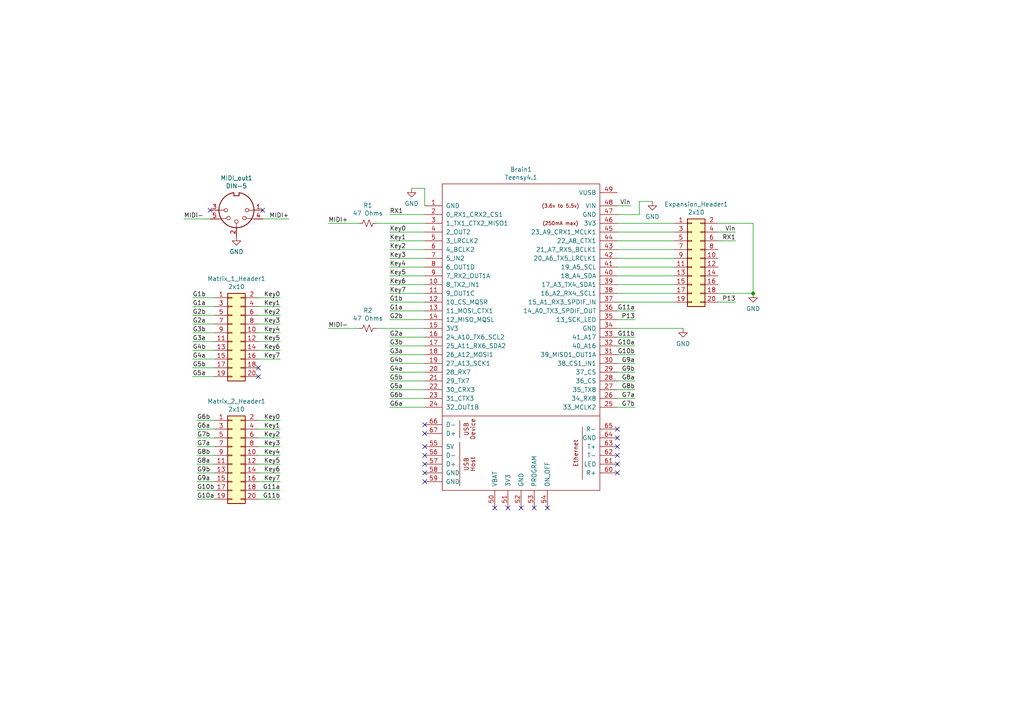
<source format=kicad_sch>
(kicad_sch (version 20211123) (generator eeschema)
  (paper "A4")
  (lib_symbols
    (symbol "Connector:DIN-5_180degree" (pin_names (offset 1.016))
      (property "Reference" "J" (at 3.175 5.715 0))
      (property "Value" "DIN-5_180degree" (at 0 -6.35 0))
      (symbol "DIN-5_180degree_0_1"
        (arc (start -5.08 0) (mid -3.8609 -3.3364) (end -0.762 -5.08) (stroke (width 0.254)))
        (circle (center -3.048 0) (radius 0.508))
        (circle (center -2.286 2.286) (radius 0.508))
        (polyline (pts (xy -5.08 0) (xy -3.556 0)))
        (polyline (pts (xy 0 5.08) (xy 0 3.81)))
        (polyline (pts (xy 5.08 0) (xy 3.556 0)))
        (polyline (pts (xy -5.08 2.54) (xy -4.318 2.54) (xy -2.794 2.286)))
        (polyline (pts (xy 5.08 2.54) (xy 4.318 2.54) (xy 2.794 2.286)))
        (polyline (pts (xy -0.762 -4.953) (xy -0.762 -4.191) (xy 0.762 -4.191) (xy 0.762 -4.953)) (stroke (width 0.254)))
        (circle (center 0 3.302) (radius 0.508))
        (arc (start 0.762 -5.08) (mid 3.8685 -3.343) (end 5.08 0) (stroke (width 0.254)))
        (circle (center 2.286 2.286) (radius 0.508))
        (circle (center 3.048 0) (radius 0.508))
        (arc (start 5.08 0) (mid 0 5.08) (end -5.08 0) (stroke (width 0.254)))
      )
      (symbol "DIN-5_180degree_1_1"
        (pin passive line (at -7.62 0 0) (length 2.54) (name "~") (number "1"))
        (pin passive line (at 0 7.62 270) (length 2.54) (name "~") (number "2"))
        (pin passive line (at 7.62 0 180) (length 2.54) (name "~") (number "3"))
        (pin passive line (at -7.62 2.54 0) (length 2.54) (name "~") (number "4"))
        (pin passive line (at 7.62 2.54 180) (length 2.54) (name "~") (number "5"))
      )
    )
    (symbol "Connector_Generic:Conn_02x10_Odd_Even" (pin_names (offset 1.016) hide)
      (property "Reference" "J" (at 1.27 12.7 0))
      (property "Value" "Conn_02x10_Odd_Even" (at 1.27 -15.24 0))
      (symbol "Conn_02x10_Odd_Even_1_1"
        (rectangle (start -1.27 -12.573) (end 0 -12.827) (stroke (width 0.1524)))
        (rectangle (start -1.27 -10.033) (end 0 -10.287) (stroke (width 0.1524)))
        (rectangle (start -1.27 -7.493) (end 0 -7.747) (stroke (width 0.1524)))
        (rectangle (start -1.27 -4.953) (end 0 -5.207) (stroke (width 0.1524)))
        (rectangle (start -1.27 -2.413) (end 0 -2.667) (stroke (width 0.1524)))
        (rectangle (start -1.27 0.127) (end 0 -0.127) (stroke (width 0.1524)))
        (rectangle (start -1.27 2.667) (end 0 2.413) (stroke (width 0.1524)))
        (rectangle (start -1.27 5.207) (end 0 4.953) (stroke (width 0.1524)))
        (rectangle (start -1.27 7.747) (end 0 7.493) (stroke (width 0.1524)))
        (rectangle (start -1.27 10.287) (end 0 10.033) (stroke (width 0.1524)))
        (rectangle (start -1.27 11.43) (end 3.81 -13.97) (stroke (width 0.254)) (fill (type background)))
        (rectangle (start 3.81 -12.573) (end 2.54 -12.827) (stroke (width 0.1524)))
        (rectangle (start 3.81 -10.033) (end 2.54 -10.287) (stroke (width 0.1524)))
        (rectangle (start 3.81 -7.493) (end 2.54 -7.747) (stroke (width 0.1524)))
        (rectangle (start 3.81 -4.953) (end 2.54 -5.207) (stroke (width 0.1524)))
        (rectangle (start 3.81 -2.413) (end 2.54 -2.667) (stroke (width 0.1524)))
        (rectangle (start 3.81 0.127) (end 2.54 -0.127) (stroke (width 0.1524)))
        (rectangle (start 3.81 2.667) (end 2.54 2.413) (stroke (width 0.1524)))
        (rectangle (start 3.81 5.207) (end 2.54 4.953) (stroke (width 0.1524)))
        (rectangle (start 3.81 7.747) (end 2.54 7.493) (stroke (width 0.1524)))
        (rectangle (start 3.81 10.287) (end 2.54 10.033) (stroke (width 0.1524)))
        (pin passive line (at -5.08 10.16 0) (length 3.81) (name "Pin_1") (number "1"))
        (pin passive line (at 7.62 0 180) (length 3.81) (name "Pin_10") (number "10"))
        (pin passive line (at -5.08 -2.54 0) (length 3.81) (name "Pin_11") (number "11"))
        (pin passive line (at 7.62 -2.54 180) (length 3.81) (name "Pin_12") (number "12"))
        (pin passive line (at -5.08 -5.08 0) (length 3.81) (name "Pin_13") (number "13"))
        (pin passive line (at 7.62 -5.08 180) (length 3.81) (name "Pin_14") (number "14"))
        (pin passive line (at -5.08 -7.62 0) (length 3.81) (name "Pin_15") (number "15"))
        (pin passive line (at 7.62 -7.62 180) (length 3.81) (name "Pin_16") (number "16"))
        (pin passive line (at -5.08 -10.16 0) (length 3.81) (name "Pin_17") (number "17"))
        (pin passive line (at 7.62 -10.16 180) (length 3.81) (name "Pin_18") (number "18"))
        (pin passive line (at -5.08 -12.7 0) (length 3.81) (name "Pin_19") (number "19"))
        (pin passive line (at 7.62 10.16 180) (length 3.81) (name "Pin_2") (number "2"))
        (pin passive line (at 7.62 -12.7 180) (length 3.81) (name "Pin_20") (number "20"))
        (pin passive line (at -5.08 7.62 0) (length 3.81) (name "Pin_3") (number "3"))
        (pin passive line (at 7.62 7.62 180) (length 3.81) (name "Pin_4") (number "4"))
        (pin passive line (at -5.08 5.08 0) (length 3.81) (name "Pin_5") (number "5"))
        (pin passive line (at 7.62 5.08 180) (length 3.81) (name "Pin_6") (number "6"))
        (pin passive line (at -5.08 2.54 0) (length 3.81) (name "Pin_7") (number "7"))
        (pin passive line (at 7.62 2.54 180) (length 3.81) (name "Pin_8") (number "8"))
        (pin passive line (at -5.08 0 0) (length 3.81) (name "Pin_9") (number "9"))
      )
    )
    (symbol "Device:R_Small_US" (pin_numbers hide) (pin_names (offset 0.254) hide)
      (property "Reference" "R" (at 0.762 0.508 0))
      (property "Value" "R_Small_US" (at 0.762 -1.016 0))
      (symbol "R_Small_US_1_1"
        (polyline (pts (xy 0 0) (xy 1.016 -0.381) (xy 0 -0.762) (xy -1.016 -1.143) (xy 0 -1.524)))
        (polyline (pts (xy 0 1.524) (xy 1.016 1.143) (xy 0 0.762) (xy -1.016 0.381) (xy 0 0)))
        (pin passive line (at 0 2.54 270) (length 1.016) (name "~") (number "1"))
        (pin passive line (at 0 -2.54 90) (length 1.016) (name "~") (number "2"))
      )
    )
    (symbol "Keyboard-Brain-rescue:Teensy4.1-teensy" (pin_names (offset 1.016))
      (property "Reference" "U" (at 0 64.77 0))
      (property "Value" "Teensy4.1-teensy" (at 0 62.23 0))
      (symbol "Teensy4.1-teensy_0_0"
        (polyline (pts (xy -22.86 -6.35) (xy 22.86 -6.35)))
        (polyline (pts (xy -17.78 -26.67) (xy -17.78 -13.97)))
        (polyline (pts (xy -17.78 -7.62) (xy -17.78 -12.7)))
        (polyline (pts (xy 17.78 -9.525) (xy 17.78 -24.765)))
        (text "(250mA max)" (at 11.43 49.53 0) (effects (font (size 1.016 1.016))))
        (text "(3.6v to 5.5v)" (at 11.43 54.61 0) (effects (font (size 1.016 1.016))))
        (text "Device" (at -13.97 -10.16 900) (effects (font (size 1.27 1.27))))
        (text "Ethernet" (at 15.875 -17.145 900) (effects (font (size 1.27 1.27))))
        (text "Host" (at -13.97 -20.32 900) (effects (font (size 1.27 1.27))))
        (text "USB" (at -15.875 -20.32 900) (effects (font (size 1.27 1.27))))
        (text "USB" (at -15.875 -10.16 900) (effects (font (size 1.27 1.27))))
        (pin bidirectional line (at -27.94 31.75 0) (length 5.08) (name "8_TX2_IN1") (number "10"))
        (pin bidirectional line (at -27.94 29.21 0) (length 5.08) (name "9_OUT1C") (number "11"))
        (pin bidirectional line (at -27.94 26.67 0) (length 5.08) (name "10_CS_MQSR") (number "12"))
        (pin bidirectional line (at -27.94 24.13 0) (length 5.08) (name "11_MOSI_CTX1") (number "13"))
        (pin bidirectional line (at -27.94 21.59 0) (length 5.08) (name "12_MISO_MQSL") (number "14"))
        (pin power_in line (at -27.94 19.05 0) (length 5.08) (name "3V3") (number "15"))
        (pin bidirectional line (at -27.94 16.51 0) (length 5.08) (name "24_A10_TX6_SCL2") (number "16"))
        (pin bidirectional line (at -27.94 13.97 0) (length 5.08) (name "25_A11_RX6_SDA2") (number "17"))
        (pin bidirectional line (at -27.94 11.43 0) (length 5.08) (name "26_A12_MOSI1") (number "18"))
        (pin bidirectional line (at -27.94 8.89 0) (length 5.08) (name "27_A13_SCK1") (number "19"))
        (pin bidirectional line (at -27.94 6.35 0) (length 5.08) (name "28_RX7") (number "20"))
        (pin bidirectional line (at -27.94 3.81 0) (length 5.08) (name "29_TX7") (number "21"))
        (pin bidirectional line (at -27.94 1.27 0) (length 5.08) (name "30_CRX3") (number "22"))
        (pin bidirectional line (at -27.94 -1.27 0) (length 5.08) (name "31_CTX3") (number "23"))
        (pin bidirectional line (at -27.94 -3.81 0) (length 5.08) (name "32_OUT1B") (number "24"))
        (pin bidirectional line (at 27.94 -3.81 180) (length 5.08) (name "33_MCLK2") (number "25"))
        (pin bidirectional line (at 27.94 -1.27 180) (length 5.08) (name "34_RX8") (number "26"))
        (pin bidirectional line (at 27.94 1.27 180) (length 5.08) (name "35_TX8") (number "27"))
        (pin bidirectional line (at 27.94 3.81 180) (length 5.08) (name "36_CS") (number "28"))
        (pin bidirectional line (at 27.94 6.35 180) (length 5.08) (name "37_CS") (number "29"))
        (pin bidirectional line (at 27.94 8.89 180) (length 5.08) (name "38_CS1_IN1") (number "30"))
        (pin bidirectional line (at 27.94 11.43 180) (length 5.08) (name "39_MISO1_OUT1A") (number "31"))
        (pin bidirectional line (at 27.94 13.97 180) (length 5.08) (name "40_A16") (number "32"))
        (pin bidirectional line (at 27.94 16.51 180) (length 5.08) (name "41_A17") (number "33"))
        (pin bidirectional line (at 27.94 21.59 180) (length 5.08) (name "13_SCK_LED") (number "35"))
        (pin bidirectional line (at 27.94 24.13 180) (length 5.08) (name "14_A0_TX3_SPDIF_OUT") (number "36"))
        (pin bidirectional line (at 27.94 26.67 180) (length 5.08) (name "15_A1_RX3_SPDIF_IN") (number "37"))
        (pin bidirectional line (at 27.94 29.21 180) (length 5.08) (name "16_A2_RX4_SCL1") (number "38"))
        (pin bidirectional line (at 27.94 31.75 180) (length 5.08) (name "17_A3_TX4_SDA1") (number "39"))
        (pin bidirectional line (at 27.94 34.29 180) (length 5.08) (name "18_A4_SDA") (number "40"))
        (pin bidirectional line (at 27.94 36.83 180) (length 5.08) (name "19_A5_SCL") (number "41"))
        (pin bidirectional line (at 27.94 39.37 180) (length 5.08) (name "20_A6_TX5_LRCLK1") (number "42"))
        (pin bidirectional line (at 27.94 41.91 180) (length 5.08) (name "21_A7_RX5_BCLK1") (number "43"))
        (pin bidirectional line (at 27.94 44.45 180) (length 5.08) (name "22_A8_CTX1") (number "44"))
        (pin bidirectional line (at 27.94 46.99 180) (length 5.08) (name "23_A9_CRX1_MCLK1") (number "45"))
        (pin output line (at 27.94 49.53 180) (length 5.08) (name "3V3") (number "46"))
        (pin output line (at 27.94 52.07 180) (length 5.08) (name "GND") (number "47"))
        (pin power_in line (at 27.94 54.61 180) (length 5.08) (name "VIN") (number "48"))
        (pin power_out line (at 27.94 58.42 180) (length 5.08) (name "VUSB") (number "49"))
        (pin bidirectional line (at -27.94 44.45 0) (length 5.08) (name "3_LRCLK2") (number "5"))
        (pin power_in line (at -7.62 -33.02 90) (length 5.08) (name "VBAT") (number "50"))
        (pin power_in line (at -3.81 -33.02 90) (length 5.08) (name "3V3") (number "51"))
        (pin input line (at 0 -33.02 90) (length 5.08) (name "GND") (number "52"))
        (pin input line (at 3.81 -33.02 90) (length 5.08) (name "PROGRAM") (number "53"))
        (pin input line (at 7.62 -33.02 90) (length 5.08) (name "ON_OFF") (number "54"))
        (pin power_out line (at -27.94 -15.24 0) (length 5.08) (name "5V") (number "55"))
        (pin bidirectional line (at -27.94 -17.78 0) (length 5.08) (name "D-") (number "56"))
        (pin bidirectional line (at -27.94 -20.32 0) (length 5.08) (name "D+") (number "57"))
        (pin power_in line (at -27.94 -22.86 0) (length 5.08) (name "GND") (number "58"))
        (pin power_in line (at -27.94 -25.4 0) (length 5.08) (name "GND") (number "59"))
        (pin bidirectional line (at -27.94 41.91 0) (length 5.08) (name "4_BCLK2") (number "6"))
        (pin bidirectional line (at 27.94 -22.86 180) (length 5.08) (name "R+") (number "60"))
        (pin bidirectional line (at 27.94 -20.32 180) (length 5.08) (name "LED") (number "61"))
        (pin bidirectional line (at 27.94 -17.78 180) (length 5.08) (name "T-") (number "62"))
        (pin bidirectional line (at 27.94 -15.24 180) (length 5.08) (name "T+") (number "63"))
        (pin power_in line (at 27.94 -12.7 180) (length 5.08) (name "GND") (number "64"))
        (pin bidirectional line (at 27.94 -10.16 180) (length 5.08) (name "R-") (number "65"))
        (pin bidirectional line (at -27.94 -8.89 0) (length 5.08) (name "D-") (number "66"))
        (pin bidirectional line (at -27.94 -11.43 0) (length 5.08) (name "D+") (number "67"))
        (pin bidirectional line (at -27.94 39.37 0) (length 5.08) (name "5_IN2") (number "7"))
        (pin bidirectional line (at -27.94 36.83 0) (length 5.08) (name "6_OUT1D") (number "8"))
        (pin bidirectional line (at -27.94 34.29 0) (length 5.08) (name "7_RX2_OUT1A") (number "9"))
      )
      (symbol "Teensy4.1-teensy_0_1"
        (rectangle (start -22.86 60.96) (end 22.86 -27.94))
        (rectangle (start -20.32 -1.27) (end -20.32 -1.27))
      )
      (symbol "Teensy4.1-teensy_1_1"
        (pin power_in line (at -27.94 54.61 0) (length 5.08) (name "GND") (number "1"))
        (pin bidirectional line (at -27.94 52.07 0) (length 5.08) (name "0_RX1_CRX2_CS1") (number "2"))
        (pin bidirectional line (at -27.94 49.53 0) (length 5.08) (name "1_TX1_CTX2_MISO1") (number "3"))
        (pin power_in line (at 27.94 19.05 180) (length 5.08) (name "GND") (number "34"))
        (pin bidirectional line (at -27.94 46.99 0) (length 5.08) (name "2_OUT2") (number "4"))
      )
    )
    (symbol "power:GND" (power) (pin_names (offset 0))
      (property "Value" "GND" (at 0 -3.81 0))
      (symbol "GND_0_1"
        (polyline (pts (xy 0 0) (xy 0 -1.27) (xy 1.27 -1.27) (xy 0 -2.54) (xy -1.27 -1.27) (xy 0 -1.27)))
      )
      (symbol "GND_1_1"
        (pin power_in line (at 0 0 270) (length 0) hide (name "GND") (number "1"))
      )
    )
  )
  (junction (at 218.44 85.09))
  (no_connect (at 74.93 109.22))
  (no_connect (at 123.19 132.08))
  (no_connect (at 179.07 137.16))
  (no_connect (at 123.19 129.54))
  (no_connect (at 151.13 147.32))
  (no_connect (at 179.07 134.62))
  (no_connect (at 74.93 106.68))
  (no_connect (at 123.19 123.19))
  (no_connect (at 143.51 147.32))
  (no_connect (at 123.19 134.62))
  (no_connect (at 179.07 127))
  (no_connect (at 76.2 60.96))
  (no_connect (at 147.32 147.32))
  (no_connect (at 60.96 60.96))
  (no_connect (at 179.07 124.46))
  (no_connect (at 158.75 147.32))
  (no_connect (at 179.07 129.54))
  (no_connect (at 179.07 132.08))
  (no_connect (at 123.19 137.16))
  (no_connect (at 123.19 125.73))
  (no_connect (at 123.19 139.7))
  (no_connect (at 154.94 147.32))
  (wire (pts (xy 57.15 139.7) (xy 62.23 139.7)))
  (wire (pts (xy 109.22 64.77) (xy 123.19 64.77)))
  (wire (pts (xy 113.03 113.03) (xy 123.19 113.03)))
  (wire (pts (xy 184.15 107.95) (xy 179.07 107.95)))
  (wire (pts (xy 113.03 118.11) (xy 123.19 118.11)))
  (wire (pts (xy 57.15 127) (xy 62.23 127)))
  (wire (pts (xy 109.22 95.25) (xy 123.19 95.25)))
  (wire (pts (xy 185.42 58.42) (xy 189.23 58.42)))
  (wire (pts (xy 179.07 82.55) (xy 195.58 82.55)))
  (wire (pts (xy 208.28 85.09) (xy 218.44 85.09)))
  (wire (pts (xy 119.38 54.61) (xy 123.19 54.61)))
  (wire (pts (xy 195.58 77.47) (xy 179.07 77.47)))
  (wire (pts (xy 55.88 93.98) (xy 62.23 93.98)))
  (wire (pts (xy 55.88 86.36) (xy 62.23 86.36)))
  (wire (pts (xy 53.34 63.5) (xy 60.96 63.5)))
  (wire (pts (xy 218.44 64.77) (xy 218.44 85.09)))
  (wire (pts (xy 81.28 99.06) (xy 74.93 99.06)))
  (wire (pts (xy 113.03 85.09) (xy 123.19 85.09)))
  (wire (pts (xy 74.93 127) (xy 81.28 127)))
  (wire (pts (xy 81.28 121.92) (xy 74.93 121.92)))
  (wire (pts (xy 81.28 137.16) (xy 74.93 137.16)))
  (wire (pts (xy 113.03 72.39) (xy 123.19 72.39)))
  (wire (pts (xy 179.07 64.77) (xy 195.58 64.77)))
  (wire (pts (xy 208.28 64.77) (xy 218.44 64.77)))
  (wire (pts (xy 179.07 87.63) (xy 195.58 87.63)))
  (wire (pts (xy 113.03 90.17) (xy 123.19 90.17)))
  (wire (pts (xy 113.03 107.95) (xy 123.19 107.95)))
  (wire (pts (xy 195.58 85.09) (xy 179.07 85.09)))
  (wire (pts (xy 74.93 93.98) (xy 81.28 93.98)))
  (wire (pts (xy 113.03 102.87) (xy 123.19 102.87)))
  (wire (pts (xy 55.88 99.06) (xy 62.23 99.06)))
  (wire (pts (xy 55.88 88.9) (xy 62.23 88.9)))
  (wire (pts (xy 55.88 96.52) (xy 62.23 96.52)))
  (wire (pts (xy 184.15 90.17) (xy 179.07 90.17)))
  (wire (pts (xy 57.15 134.62) (xy 62.23 134.62)))
  (wire (pts (xy 74.93 142.24) (xy 81.28 142.24)))
  (wire (pts (xy 179.07 69.85) (xy 195.58 69.85)))
  (wire (pts (xy 81.28 134.62) (xy 74.93 134.62)))
  (wire (pts (xy 74.93 132.08) (xy 81.28 132.08)))
  (wire (pts (xy 123.19 62.23) (xy 113.03 62.23)))
  (wire (pts (xy 81.28 124.46) (xy 74.93 124.46)))
  (wire (pts (xy 113.03 82.55) (xy 123.19 82.55)))
  (wire (pts (xy 113.03 115.57) (xy 123.19 115.57)))
  (wire (pts (xy 184.15 100.33) (xy 179.07 100.33)))
  (wire (pts (xy 83.82 63.5) (xy 76.2 63.5)))
  (wire (pts (xy 95.25 95.25) (xy 104.14 95.25)))
  (wire (pts (xy 179.07 95.25) (xy 198.12 95.25)))
  (wire (pts (xy 184.15 92.71) (xy 179.07 92.71)))
  (wire (pts (xy 55.88 91.44) (xy 62.23 91.44)))
  (wire (pts (xy 184.15 105.41) (xy 179.07 105.41)))
  (wire (pts (xy 55.88 101.6) (xy 62.23 101.6)))
  (wire (pts (xy 123.19 54.61) (xy 123.19 59.69)))
  (wire (pts (xy 57.15 142.24) (xy 62.23 142.24)))
  (wire (pts (xy 57.15 144.78) (xy 62.23 144.78)))
  (wire (pts (xy 74.93 144.78) (xy 81.28 144.78)))
  (wire (pts (xy 81.28 86.36) (xy 74.93 86.36)))
  (wire (pts (xy 213.36 87.63) (xy 208.28 87.63)))
  (wire (pts (xy 81.28 104.14) (xy 74.93 104.14)))
  (wire (pts (xy 81.28 88.9) (xy 74.93 88.9)))
  (wire (pts (xy 185.42 62.23) (xy 185.42 58.42)))
  (wire (pts (xy 184.15 115.57) (xy 179.07 115.57)))
  (wire (pts (xy 57.15 129.54) (xy 62.23 129.54)))
  (wire (pts (xy 57.15 132.08) (xy 62.23 132.08)))
  (wire (pts (xy 74.93 139.7) (xy 81.28 139.7)))
  (wire (pts (xy 95.25 64.77) (xy 104.14 64.77)))
  (wire (pts (xy 184.15 110.49) (xy 179.07 110.49)))
  (wire (pts (xy 57.15 137.16) (xy 62.23 137.16)))
  (wire (pts (xy 81.28 96.52) (xy 74.93 96.52)))
  (wire (pts (xy 184.15 97.79) (xy 179.07 97.79)))
  (wire (pts (xy 55.88 109.22) (xy 62.23 109.22)))
  (wire (pts (xy 55.88 104.14) (xy 62.23 104.14)))
  (wire (pts (xy 55.88 106.68) (xy 62.23 106.68)))
  (wire (pts (xy 81.28 129.54) (xy 74.93 129.54)))
  (wire (pts (xy 57.15 121.92) (xy 62.23 121.92)))
  (wire (pts (xy 62.23 124.46) (xy 57.15 124.46)))
  (wire (pts (xy 179.07 62.23) (xy 185.42 62.23)))
  (wire (pts (xy 213.36 69.85) (xy 208.28 69.85)))
  (wire (pts (xy 179.07 67.31) (xy 195.58 67.31)))
  (wire (pts (xy 113.03 92.71) (xy 123.19 92.71)))
  (wire (pts (xy 184.15 118.11) (xy 179.07 118.11)))
  (wire (pts (xy 113.03 69.85) (xy 123.19 69.85)))
  (wire (pts (xy 113.03 110.49) (xy 123.19 110.49)))
  (wire (pts (xy 113.03 100.33) (xy 123.19 100.33)))
  (wire (pts (xy 113.03 74.93) (xy 123.19 74.93)))
  (wire (pts (xy 113.03 87.63) (xy 123.19 87.63)))
  (wire (pts (xy 74.93 101.6) (xy 81.28 101.6)))
  (wire (pts (xy 195.58 74.93) (xy 179.07 74.93)))
  (wire (pts (xy 179.07 80.01) (xy 195.58 80.01)))
  (wire (pts (xy 113.03 105.41) (xy 123.19 105.41)))
  (wire (pts (xy 81.28 91.44) (xy 74.93 91.44)))
  (wire (pts (xy 213.36 67.31) (xy 208.28 67.31)))
  (wire (pts (xy 184.15 102.87) (xy 179.07 102.87)))
  (wire (pts (xy 113.03 80.01) (xy 123.19 80.01)))
  (wire (pts (xy 113.03 67.31) (xy 123.19 67.31)))
  (wire (pts (xy 113.03 77.47) (xy 123.19 77.47)))
  (wire (pts (xy 182.88 59.69) (xy 179.07 59.69)))
  (wire (pts (xy 113.03 97.79) (xy 123.19 97.79)))
  (wire (pts (xy 179.07 72.39) (xy 195.58 72.39)))
  (wire (pts (xy 184.15 113.03) (xy 179.07 113.03)))
  (label "MIDI+" (at 95.25 64.77 0))
  (label "G8a" (at 57.15 134.62 0))
  (label "Key1" (at 113.03 69.85 0))
  (label "G2b" (at 113.03 92.71 0))
  (label "Key6" (at 81.28 101.6 180))
  (label "G1b" (at 55.88 86.36 0))
  (label "G11b" (at 184.15 97.79 180))
  (label "Vin" (at 213.36 67.31 180))
  (label "G1a" (at 113.03 90.17 0))
  (label "G9b" (at 57.15 137.16 0))
  (label "G11a" (at 184.15 90.17 180))
  (label "G6a" (at 113.03 118.11 0))
  (label "Key1" (at 81.28 124.46 180))
  (label "Key2" (at 81.28 91.44 180))
  (label "G10a" (at 57.15 144.78 0))
  (label "Key0" (at 113.03 67.31 0))
  (label "G3a" (at 113.03 102.87 0))
  (label "G6a" (at 57.15 124.46 0))
  (label "G3b" (at 55.88 96.52 0))
  (label "Key3" (at 113.03 74.93 0))
  (label "Key4" (at 81.28 132.08 180))
  (label "G1a" (at 55.88 88.9 0))
  (label "G8b" (at 57.15 132.08 0))
  (label "Key7" (at 81.28 139.7 180))
  (label "Key0" (at 81.28 121.92 180))
  (label "G1b" (at 113.03 87.63 0))
  (label "G10b" (at 184.15 102.87 180))
  (label "Key6" (at 113.03 82.55 0))
  (label "G8b" (at 184.15 113.03 180))
  (label "Key3" (at 81.28 129.54 180))
  (label "G4b" (at 55.88 101.6 0))
  (label "G5b" (at 55.88 106.68 0))
  (label "G10a" (at 184.15 100.33 180))
  (label "G7a" (at 57.15 129.54 0))
  (label "Key6" (at 81.28 137.16 180))
  (label "P13" (at 184.15 92.71 180))
  (label "Key1" (at 81.28 88.9 180))
  (label "G6b" (at 57.15 121.92 0))
  (label "G4a" (at 113.03 107.95 0))
  (label "MIDI+" (at 83.82 63.5 180))
  (label "G8a" (at 184.15 110.49 180))
  (label "Key2" (at 81.28 127 180))
  (label "Key5" (at 81.28 99.06 180))
  (label "Key7" (at 113.03 85.09 0))
  (label "G11b" (at 81.28 144.78 180))
  (label "Key4" (at 81.28 96.52 180))
  (label "G7b" (at 57.15 127 0))
  (label "Key2" (at 113.03 72.39 0))
  (label "G4a" (at 55.88 104.14 0))
  (label "G2a" (at 113.03 97.79 0))
  (label "Key4" (at 113.03 77.47 0))
  (label "Vin" (at 182.88 59.69 180))
  (label "G7a" (at 184.15 115.57 180))
  (label "G5b" (at 113.03 110.49 0))
  (label "G3a" (at 55.88 99.06 0))
  (label "G2b" (at 55.88 91.44 0))
  (label "Key7" (at 81.28 104.14 180))
  (label "G5a" (at 113.03 113.03 0))
  (label "MIDI-" (at 95.25 95.25 0))
  (label "RX1" (at 113.03 62.23 0))
  (label "Key5" (at 113.03 80.01 0))
  (label "MIDI-" (at 53.34 63.5 0))
  (label "Key3" (at 81.28 93.98 180))
  (label "G3b" (at 113.03 100.33 0))
  (label "Key0" (at 81.28 86.36 180))
  (label "G9a" (at 57.15 139.7 0))
  (label "G7b" (at 184.15 118.11 180))
  (label "G11a" (at 81.28 142.24 180))
  (label "G5a" (at 55.88 109.22 0))
  (label "Key5" (at 81.28 134.62 180))
  (label "P13" (at 213.36 87.63 180))
  (label "G9a" (at 184.15 105.41 180))
  (label "G9b" (at 184.15 107.95 180))
  (label "G10b" (at 57.15 142.24 0))
  (label "RX1" (at 213.36 69.85 180))
  (label "G4b" (at 113.03 105.41 0))
  (label "G2a" (at 55.88 93.98 0))
  (label "G6b" (at 113.03 115.57 0))
  (symbol (lib_id "Keyboard-Brain-rescue:Teensy4.1-teensy") (at 151.13 114.3 0) (unit 1)
    (property "Reference" "Brain1" (at 151.13 49.149 0))
    (property "Value" "Teensy4.1" (at 151.13 51.4604 0))
    (property "Footprint" "Teensy:Teensy41_outer" (effects hide))
  )
  (symbol (lib_id "Connector_Generic:Conn_02x10_Odd_Even") (at 200.66 74.93 0) (unit 1)
    (property "Reference" "Expansion_Header1" (at 201.93 59.2582 0))
    (property "Value" "2x10" (at 201.93 61.5696 0))
    (property "Footprint" "Connector_PinHeader_2.54mm:PinHeader_2x10_P2.54mm_Vertical" (effects hide))
  )
  (symbol (lib_id "Connector_Generic:Conn_02x10_Odd_Even") (at 67.31 132.08 0) (unit 1)
    (property "Reference" "Matrix_2_Header1" (at 68.58 116.4082 0))
    (property "Value" "2x10" (at 68.58 118.7196 0))
    (property "Footprint" "Connector_PinHeader_2.54mm:PinHeader_2x10_P2.54mm_Vertical" (effects hide))
  )
  (symbol (lib_id "Connector_Generic:Conn_02x10_Odd_Even") (at 67.31 96.52 0) (unit 1)
    (property "Reference" "Matrix_1_Header1" (at 68.58 80.8482 0))
    (property "Value" "2x10" (at 68.58 83.1596 0))
    (property "Footprint" "Connector_PinHeader_2.54mm:PinHeader_2x10_P2.54mm_Vertical" (effects hide))
  )
  (symbol (lib_id "Connector:DIN-5_180degree") (at 68.58 60.96 180) (unit 1)
    (property "Reference" "MIDI_out1" (at 68.58 51.6382 0))
    (property "Value" "DIN-5" (at 68.58 53.9496 0))
    (property "Footprint" "Eurocad:MIDI_DIN5" (effects hide))
    (property "Datasheet" "http://www.mouser.com/ds/2/18/40_c091_abd_e-75918.pdf" (effects hide))
  )
  (symbol (lib_id "Device:R_Small_US") (at 106.68 95.25 270) (unit 1)
    (property "Reference" "R2" (at 106.68 90.043 90))
    (property "Value" "47 Ohms" (at 106.68 92.3544 90))
    (property "Footprint" "Resistor_THT:R_Axial_DIN0411_L9.9mm_D3.6mm_P25.40mm_Horizontal" (effects hide))
  )
  (symbol (lib_id "Device:R_Small_US") (at 106.68 64.77 270) (unit 1)
    (property "Reference" "R1" (at 106.68 59.563 90))
    (property "Value" "47 Ohms" (at 106.68 61.8744 90))
    (property "Footprint" "Resistor_THT:R_Axial_DIN0411_L9.9mm_D3.6mm_P25.40mm_Horizontal" (effects hide))
  )
  (symbol (lib_id "power:GND") (at 119.38 54.61 0) (unit 1)
    (property "Reference" "#PWR0105" (effects hide))
    (property "Value" "GND" (at 119.38 59.0534 0))
  )
  (symbol (lib_id "power:GND") (at 218.44 85.09 0) (unit 1)
    (property "Reference" "#PWR0102" (effects hide))
    (property "Value" "GND" (at 218.44 89.5334 0))
  )
  (symbol (lib_id "power:GND") (at 189.23 58.42 0) (unit 1)
    (property "Reference" "#PWR0103" (effects hide))
    (property "Value" "GND" (at 189.23 62.8634 0))
  )
  (symbol (lib_id "power:GND") (at 68.58 68.58 0) (unit 1)
    (property "Reference" "#PWR0104" (effects hide))
    (property "Value" "GND" (at 68.58 73.0234 0))
  )
  (symbol (lib_id "power:GND") (at 198.12 95.25 0) (unit 1)
    (property "Reference" "#PWR0101" (effects hide))
    (property "Value" "GND" (at 198.12 99.6934 0))
  )
)
</source>
